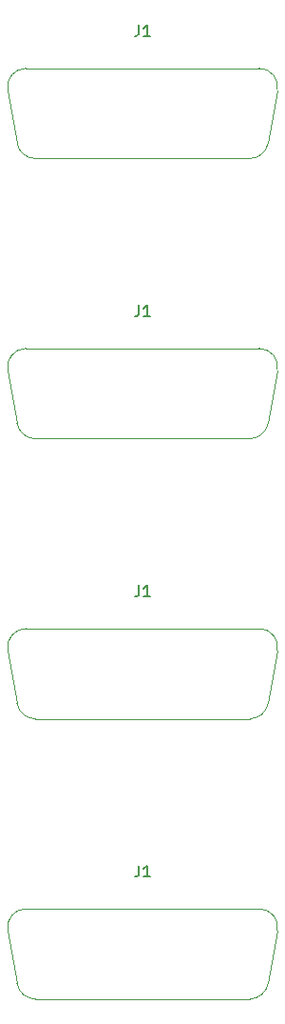
<source format=gto>
G04 #@! TF.GenerationSoftware,KiCad,Pcbnew,(5.1.0)-1*
G04 #@! TF.CreationDate,2019-07-24T21:39:47-04:00*
G04 #@! TF.ProjectId,Panel,50616e65-6c2e-46b6-9963-61645f706362,rev?*
G04 #@! TF.SameCoordinates,Original*
G04 #@! TF.FileFunction,Legend,Top*
G04 #@! TF.FilePolarity,Positive*
%FSLAX46Y46*%
G04 Gerber Fmt 4.6, Leading zero omitted, Abs format (unit mm)*
G04 Created by KiCad (PCBNEW (5.1.0)-1) date 2019-07-24 21:39:47*
%MOMM*%
%LPD*%
G04 APERTURE LIST*
%ADD10C,0.120000*%
%ADD11C,0.150000*%
G04 APERTURE END LIST*
D10*
X103883530Y-42238256D02*
G75*
G02X105518311Y-40290000I1634781J288256D01*
G01*
X127916470Y-42238256D02*
G75*
G03X126281689Y-40290000I-1634781J288256D01*
G01*
X104712267Y-46938256D02*
G75*
G03X106347048Y-48310000I1634781J288256D01*
G01*
X127087733Y-46938256D02*
G75*
G02X125452952Y-48310000I-1634781J288256D01*
G01*
X105518311Y-40290000D02*
X126281689Y-40290000D01*
X106347048Y-48310000D02*
X125452952Y-48310000D01*
X127916470Y-42238256D02*
X127087733Y-46938256D01*
X103883530Y-42238256D02*
X104712267Y-46938256D01*
X103883530Y-42238256D02*
X104712267Y-46938256D01*
X127916470Y-42238256D02*
X127087733Y-46938256D01*
X106347048Y-48310000D02*
X125452952Y-48310000D01*
X105518311Y-40290000D02*
X126281689Y-40290000D01*
X127087733Y-46938256D02*
G75*
G02X125452952Y-48310000I-1634781J288256D01*
G01*
X104712267Y-46938256D02*
G75*
G03X106347048Y-48310000I1634781J288256D01*
G01*
X127916470Y-42238256D02*
G75*
G03X126281689Y-40290000I-1634781J288256D01*
G01*
X103883530Y-42238256D02*
G75*
G02X105518311Y-40290000I1634781J288256D01*
G01*
X103883530Y-67138256D02*
G75*
G02X105518311Y-65190000I1634781J288256D01*
G01*
X127916470Y-67138256D02*
G75*
G03X126281689Y-65190000I-1634781J288256D01*
G01*
X104712267Y-71838256D02*
G75*
G03X106347048Y-73210000I1634781J288256D01*
G01*
X127087733Y-71838256D02*
G75*
G02X125452952Y-73210000I-1634781J288256D01*
G01*
X105518311Y-65190000D02*
X126281689Y-65190000D01*
X106347048Y-73210000D02*
X125452952Y-73210000D01*
X127916470Y-67138256D02*
X127087733Y-71838256D01*
X103883530Y-67138256D02*
X104712267Y-71838256D01*
X103883530Y-67138256D02*
X104712267Y-71838256D01*
X127916470Y-67138256D02*
X127087733Y-71838256D01*
X106347048Y-73210000D02*
X125452952Y-73210000D01*
X105518311Y-65190000D02*
X126281689Y-65190000D01*
X127087733Y-71838256D02*
G75*
G02X125452952Y-73210000I-1634781J288256D01*
G01*
X104712267Y-71838256D02*
G75*
G03X106347048Y-73210000I1634781J288256D01*
G01*
X127916470Y-67138256D02*
G75*
G03X126281689Y-65190000I-1634781J288256D01*
G01*
X103883530Y-67138256D02*
G75*
G02X105518311Y-65190000I1634781J288256D01*
G01*
X103883530Y-92038256D02*
G75*
G02X105518311Y-90090000I1634781J288256D01*
G01*
X127916470Y-92038256D02*
G75*
G03X126281689Y-90090000I-1634781J288256D01*
G01*
X104712267Y-96738256D02*
G75*
G03X106347048Y-98110000I1634781J288256D01*
G01*
X127087733Y-96738256D02*
G75*
G02X125452952Y-98110000I-1634781J288256D01*
G01*
X105518311Y-90090000D02*
X126281689Y-90090000D01*
X106347048Y-98110000D02*
X125452952Y-98110000D01*
X127916470Y-92038256D02*
X127087733Y-96738256D01*
X103883530Y-92038256D02*
X104712267Y-96738256D01*
X103883530Y-92038256D02*
X104712267Y-96738256D01*
X127916470Y-92038256D02*
X127087733Y-96738256D01*
X106347048Y-98110000D02*
X125452952Y-98110000D01*
X105518311Y-90090000D02*
X126281689Y-90090000D01*
X127087733Y-96738256D02*
G75*
G02X125452952Y-98110000I-1634781J288256D01*
G01*
X104712267Y-96738256D02*
G75*
G03X106347048Y-98110000I1634781J288256D01*
G01*
X127916470Y-92038256D02*
G75*
G03X126281689Y-90090000I-1634781J288256D01*
G01*
X103883530Y-92038256D02*
G75*
G02X105518311Y-90090000I1634781J288256D01*
G01*
X103883530Y-116938256D02*
X104712267Y-121638256D01*
X127916470Y-116938256D02*
X127087733Y-121638256D01*
X106347048Y-123010000D02*
X125452952Y-123010000D01*
X105518311Y-114990000D02*
X126281689Y-114990000D01*
X127087733Y-121638256D02*
G75*
G02X125452952Y-123010000I-1634781J288256D01*
G01*
X104712267Y-121638256D02*
G75*
G03X106347048Y-123010000I1634781J288256D01*
G01*
X127916470Y-116938256D02*
G75*
G03X126281689Y-114990000I-1634781J288256D01*
G01*
X103883530Y-116938256D02*
G75*
G02X105518311Y-114990000I1634781J288256D01*
G01*
X103883530Y-116938256D02*
G75*
G02X105518311Y-114990000I1634781J288256D01*
G01*
X127916470Y-116938256D02*
G75*
G03X126281689Y-114990000I-1634781J288256D01*
G01*
X104712267Y-121638256D02*
G75*
G03X106347048Y-123010000I1634781J288256D01*
G01*
X127087733Y-121638256D02*
G75*
G02X125452952Y-123010000I-1634781J288256D01*
G01*
X105518311Y-114990000D02*
X126281689Y-114990000D01*
X106347048Y-123010000D02*
X125452952Y-123010000D01*
X127916470Y-116938256D02*
X127087733Y-121638256D01*
X103883530Y-116938256D02*
X104712267Y-121638256D01*
D11*
X115566666Y-36442380D02*
X115566666Y-37156666D01*
X115519047Y-37299523D01*
X115423809Y-37394761D01*
X115280952Y-37442380D01*
X115185714Y-37442380D01*
X116566666Y-37442380D02*
X115995238Y-37442380D01*
X116280952Y-37442380D02*
X116280952Y-36442380D01*
X116185714Y-36585238D01*
X116090476Y-36680476D01*
X115995238Y-36728095D01*
X115566666Y-36442380D02*
X115566666Y-37156666D01*
X115519047Y-37299523D01*
X115423809Y-37394761D01*
X115280952Y-37442380D01*
X115185714Y-37442380D01*
X116566666Y-37442380D02*
X115995238Y-37442380D01*
X116280952Y-37442380D02*
X116280952Y-36442380D01*
X116185714Y-36585238D01*
X116090476Y-36680476D01*
X115995238Y-36728095D01*
X115566666Y-61342380D02*
X115566666Y-62056666D01*
X115519047Y-62199523D01*
X115423809Y-62294761D01*
X115280952Y-62342380D01*
X115185714Y-62342380D01*
X116566666Y-62342380D02*
X115995238Y-62342380D01*
X116280952Y-62342380D02*
X116280952Y-61342380D01*
X116185714Y-61485238D01*
X116090476Y-61580476D01*
X115995238Y-61628095D01*
X115566666Y-61342380D02*
X115566666Y-62056666D01*
X115519047Y-62199523D01*
X115423809Y-62294761D01*
X115280952Y-62342380D01*
X115185714Y-62342380D01*
X116566666Y-62342380D02*
X115995238Y-62342380D01*
X116280952Y-62342380D02*
X116280952Y-61342380D01*
X116185714Y-61485238D01*
X116090476Y-61580476D01*
X115995238Y-61628095D01*
X115566666Y-86242380D02*
X115566666Y-86956666D01*
X115519047Y-87099523D01*
X115423809Y-87194761D01*
X115280952Y-87242380D01*
X115185714Y-87242380D01*
X116566666Y-87242380D02*
X115995238Y-87242380D01*
X116280952Y-87242380D02*
X116280952Y-86242380D01*
X116185714Y-86385238D01*
X116090476Y-86480476D01*
X115995238Y-86528095D01*
X115566666Y-86242380D02*
X115566666Y-86956666D01*
X115519047Y-87099523D01*
X115423809Y-87194761D01*
X115280952Y-87242380D01*
X115185714Y-87242380D01*
X116566666Y-87242380D02*
X115995238Y-87242380D01*
X116280952Y-87242380D02*
X116280952Y-86242380D01*
X116185714Y-86385238D01*
X116090476Y-86480476D01*
X115995238Y-86528095D01*
X115566666Y-111142380D02*
X115566666Y-111856666D01*
X115519047Y-111999523D01*
X115423809Y-112094761D01*
X115280952Y-112142380D01*
X115185714Y-112142380D01*
X116566666Y-112142380D02*
X115995238Y-112142380D01*
X116280952Y-112142380D02*
X116280952Y-111142380D01*
X116185714Y-111285238D01*
X116090476Y-111380476D01*
X115995238Y-111428095D01*
X115566666Y-111142380D02*
X115566666Y-111856666D01*
X115519047Y-111999523D01*
X115423809Y-112094761D01*
X115280952Y-112142380D01*
X115185714Y-112142380D01*
X116566666Y-112142380D02*
X115995238Y-112142380D01*
X116280952Y-112142380D02*
X116280952Y-111142380D01*
X116185714Y-111285238D01*
X116090476Y-111380476D01*
X115995238Y-111428095D01*
M02*

</source>
